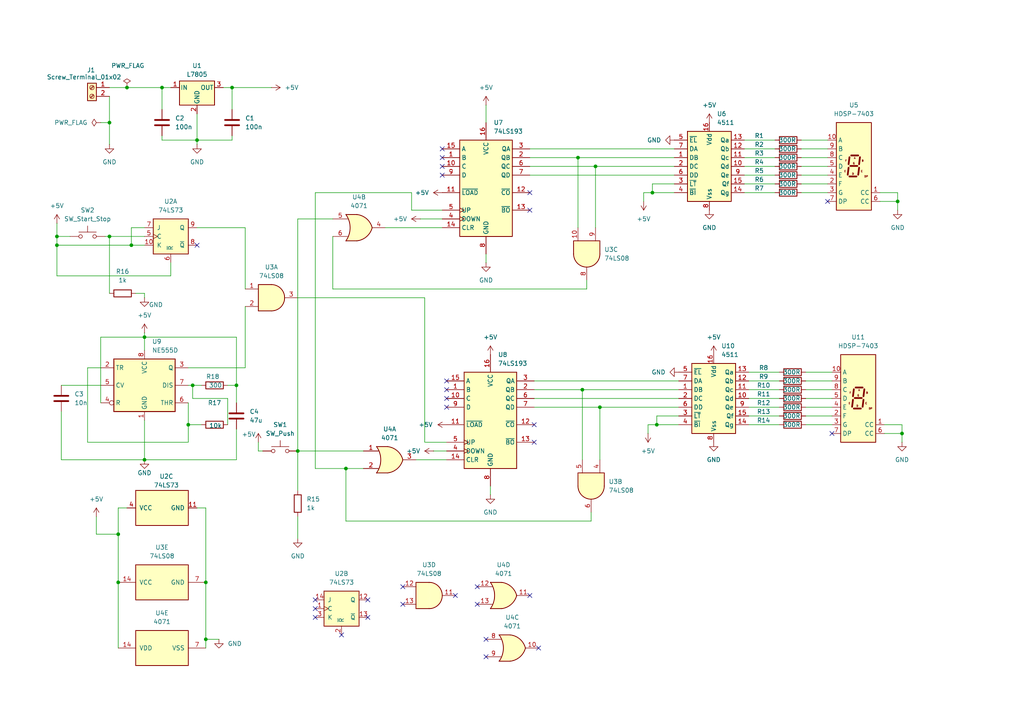
<source format=kicad_sch>
(kicad_sch (version 20231120) (generator "eeschema") (generator_version "8.0")
  (paper "A4")
  (title_block (title " CRONOMETRU DIGITAL"))
  (lib_symbols
    (symbol "4xxx:4071" (pin_names (offset 1.016))
      (property "Reference" "U" (at 0 1.27 0))
      (property "Value" "4071" (at 0 -1.27 0))
      (symbol "4071_1_1"
        (pin input line (at -7.62 2.54 0) (length 4.318) (name "~") (number "1"))
        (pin input line (at -7.62 -2.54 0) (length 4.318) (name "~") (number "2"))
        (pin output line (at 7.62 0 180) (length 3.81) (name "~") (number "3"))
      )
      (symbol "4071_1_2"
        (pin input inverted (at -7.62 2.54 0) (length 3.81) (name "~") (number "1"))
        (pin input inverted (at -7.62 -2.54 0) (length 3.81) (name "~") (number "2"))
        (pin output inverted (at 7.62 0 180) (length 3.81) (name "~") (number "3"))
      )
      (symbol "4071_2_1"
        (pin output line (at 7.62 0 180) (length 3.81) (name "~") (number "4"))
        (pin input line (at -7.62 2.54 0) (length 4.318) (name "~") (number "5"))
        (pin input line (at -7.62 -2.54 0) (length 4.318) (name "~") (number "6"))
      )
      (symbol "4071_2_2"
        (pin output inverted (at 7.62 0 180) (length 3.81) (name "~") (number "4"))
        (pin input inverted (at -7.62 2.54 0) (length 3.81) (name "~") (number "5"))
        (pin input inverted (at -7.62 -2.54 0) (length 3.81) (name "~") (number "6"))
      )
      (symbol "4071_3_1"
        (pin output line (at 7.62 0 180) (length 3.81) (name "~") (number "10"))
        (pin input line (at -7.62 2.54 0) (length 4.318) (name "~") (number "8"))
        (pin input line (at -7.62 -2.54 0) (length 4.318) (name "~") (number "9"))
      )
      (symbol "4071_3_2"
        (pin output inverted (at 7.62 0 180) (length 3.81) (name "~") (number "10"))
        (pin input inverted (at -7.62 2.54 0) (length 3.81) (name "~") (number "8"))
        (pin input inverted (at -7.62 -2.54 0) (length 3.81) (name "~") (number "9"))
      )
      (symbol "4071_4_1"
        (pin output line (at 7.62 0 180) (length 3.81) (name "~") (number "11"))
        (pin input line (at -7.62 2.54 0) (length 4.318) (name "~") (number "12"))
        (pin input line (at -7.62 -2.54 0) (length 4.318) (name "~") (number "13"))
      )
      (symbol "4071_4_2"
        (pin output inverted (at 7.62 0 180) (length 3.81) (name "~") (number "11"))
        (pin input inverted (at -7.62 2.54 0) (length 3.81) (name "~") (number "12"))
        (pin input inverted (at -7.62 -2.54 0) (length 3.81) (name "~") (number "13"))
      )
      (symbol "4071_5_0"
        (pin power_in line (at 0 12.7 270) (length 5.08) (name "VDD") (number "14"))
        (pin power_in line (at 0 -12.7 90) (length 5.08) (name "VSS") (number "7"))
      )
    )
    (symbol "4xxx_IEEE:4511"
      (property "Reference" "U" (at 8.89 11.43 0))
      (property "Value" "4511" (at 8.89 -11.43 0))
      (symbol "4511_1_1"
        (pin input line (at -10.16 2.54 0) (length 3.81) (name "DB") (number "1"))
        (pin output line (at 10.16 0 180) (length 3.81) (name "Qd") (number "10"))
        (pin output line (at 10.16 2.54 180) (length 3.81) (name "Qc") (number "11"))
        (pin output line (at 10.16 5.08 180) (length 3.81) (name "Qb") (number "12"))
        (pin output line (at 10.16 7.62 180) (length 3.81) (name "Qa") (number "13"))
        (pin output line (at 10.16 -7.62 180) (length 3.81) (name "Qg") (number "14"))
        (pin output line (at 10.16 -5.08 180) (length 3.81) (name "Qf") (number "15"))
        (pin power_in line (at 0 12.7 270) (length 2.54) (name "Vdd") (number "16"))
        (pin input line (at -10.16 0 0) (length 3.81) (name "DC") (number "2"))
        (pin input line (at -10.16 -5.08 0) (length 3.81) (name "~{LT}") (number "3"))
        (pin input line (at -10.16 -7.62 0) (length 3.81) (name "~{BI}") (number "4"))
        (pin input line (at -10.16 7.62 0) (length 3.81) (name "~{EL}") (number "5"))
        (pin input line (at -10.16 -2.54 0) (length 3.81) (name "DD") (number "6"))
        (pin input line (at -10.16 5.08 0) (length 3.81) (name "DA") (number "7"))
        (pin power_in line (at 0 -12.7 90) (length 2.54) (name "Vss") (number "8"))
        (pin output line (at 10.16 -2.54 180) (length 3.81) (name "Qe") (number "9"))
      )
    )
    (symbol "74xx:74LS08" (pin_names (offset 1.016))
      (property "Reference" "U" (at 0 1.27 0))
      (property "Value" "74LS08" (at 0 -1.27 0))
      (symbol "74LS08_1_1"
        (pin input line (at -7.62 2.54 0) (length 3.81) (name "~") (number "1"))
        (pin input line (at -7.62 -2.54 0) (length 3.81) (name "~") (number "2"))
        (pin output line (at 7.62 0 180) (length 3.81) (name "~") (number "3"))
      )
      (symbol "74LS08_1_2"
        (pin input inverted (at -7.62 2.54 0) (length 4.318) (name "~") (number "1"))
        (pin input inverted (at -7.62 -2.54 0) (length 4.318) (name "~") (number "2"))
        (pin output inverted (at 7.62 0 180) (length 3.81) (name "~") (number "3"))
      )
      (symbol "74LS08_2_1"
        (pin input line (at -7.62 2.54 0) (length 3.81) (name "~") (number "4"))
        (pin input line (at -7.62 -2.54 0) (length 3.81) (name "~") (number "5"))
        (pin output line (at 7.62 0 180) (length 3.81) (name "~") (number "6"))
      )
      (symbol "74LS08_2_2"
        (pin input inverted (at -7.62 2.54 0) (length 4.318) (name "~") (number "4"))
        (pin input inverted (at -7.62 -2.54 0) (length 4.318) (name "~") (number "5"))
        (pin output inverted (at 7.62 0 180) (length 3.81) (name "~") (number "6"))
      )
      (symbol "74LS08_3_1"
        (pin input line (at -7.62 -2.54 0) (length 3.81) (name "~") (number "10"))
        (pin output line (at 7.62 0 180) (length 3.81) (name "~") (number "8"))
        (pin input line (at -7.62 2.54 0) (length 3.81) (name "~") (number "9"))
      )
      (symbol "74LS08_3_2"
        (pin input inverted (at -7.62 -2.54 0) (length 4.318) (name "~") (number "10"))
        (pin output inverted (at 7.62 0 180) (length 3.81) (name "~") (number "8"))
        (pin input inverted (at -7.62 2.54 0) (length 4.318) (name "~") (number "9"))
      )
      (symbol "74LS08_4_1"
        (pin output line (at 7.62 0 180) (length 3.81) (name "~") (number "11"))
        (pin input line (at -7.62 2.54 0) (length 3.81) (name "~") (number "12"))
        (pin input line (at -7.62 -2.54 0) (length 3.81) (name "~") (number "13"))
      )
      (symbol "74LS08_4_2"
        (pin output inverted (at 7.62 0 180) (length 3.81) (name "~") (number "11"))
        (pin input inverted (at -7.62 2.54 0) (length 4.318) (name "~") (number "12"))
        (pin input inverted (at -7.62 -2.54 0) (length 4.318) (name "~") (number "13"))
      )
      (symbol "74LS08_5_0"
        (pin power_in line (at 0 12.7 270) (length 5.08) (name "VCC") (number "14"))
        (pin power_in line (at 0 -12.7 90) (length 5.08) (name "GND") (number "7"))
      )
    )
    (symbol "74xx:74LS193"
      (property "Reference" "U" (at -7.62 13.97 0))
      (property "Value" "74LS193" (at 5.08 13.97 0))
      (symbol "74LS193_1_0"
        (pin input line (at -12.7 7.62 0) (length 5.08) (name "B") (number "1"))
        (pin input line (at -12.7 5.08 0) (length 5.08) (name "C") (number "10"))
        (pin input line (at -12.7 -2.54 0) (length 5.08) (name "~{LOAD}") (number "11"))
        (pin output line (at 12.7 -2.54 180) (length 5.08) (name "~{CO}") (number "12"))
        (pin output line (at 12.7 -7.62 180) (length 5.08) (name "~{BO}") (number "13"))
        (pin input line (at -12.7 -12.7 0) (length 5.08) (name "CLR") (number "14"))
        (pin input line (at -12.7 10.16 0) (length 5.08) (name "A") (number "15"))
        (pin power_in line (at 0 17.78 270) (length 5.08) (name "VCC") (number "16"))
        (pin output line (at 12.7 7.62 180) (length 5.08) (name "QB") (number "2"))
        (pin output line (at 12.7 10.16 180) (length 5.08) (name "QA") (number "3"))
        (pin input clock (at -12.7 -10.16 0) (length 5.08) (name "DOWN") (number "4"))
        (pin input clock (at -12.7 -7.62 0) (length 5.08) (name "UP") (number "5"))
        (pin output line (at 12.7 5.08 180) (length 5.08) (name "QC") (number "6"))
        (pin output line (at 12.7 2.54 180) (length 5.08) (name "QD") (number "7"))
        (pin power_in line (at 0 -20.32 90) (length 5.08) (name "GND") (number "8"))
        (pin input line (at -12.7 2.54 0) (length 5.08) (name "D") (number "9"))
      )
    )
    (symbol "74xx:74LS73" (pin_names (offset 1.016))
      (property "Reference" "U" (at -7.62 8.89 0))
      (property "Value" "74LS73" (at -7.62 -8.89 0))
      (symbol "74LS73_1_0"
        (pin input line (at -7.62 -2.54 0) (length 2.54) (name "K") (number "10"))
        (pin input clock (at -7.62 0 0) (length 2.54) (name "C") (number "5"))
        (pin input line (at 0 -7.62 90) (length 2.54) (name "~{R}") (number "6"))
        (pin input line (at -7.62 2.54 0) (length 2.54) (name "J") (number "7"))
        (pin output line (at 7.62 -2.54 180) (length 2.54) (name "~{Q}") (number "8"))
        (pin output line (at 7.62 2.54 180) (length 2.54) (name "Q") (number "9"))
      )
      (symbol "74LS73_2_0"
        (pin input clock (at -7.62 0 0) (length 2.54) (name "C") (number "1"))
        (pin output line (at 7.62 2.54 180) (length 2.54) (name "Q") (number "12"))
        (pin output line (at 7.62 -2.54 180) (length 2.54) (name "~{Q}") (number "13"))
        (pin input line (at -7.62 2.54 0) (length 2.54) (name "J") (number "14"))
        (pin input line (at 0 -7.62 90) (length 2.54) (name "~{R}") (number "2"))
        (pin input line (at -7.62 -2.54 0) (length 2.54) (name "K") (number "3"))
      )
      (symbol "74LS73_3_0"
        (pin power_in line (at 0 -10.16 90) (length 2.54) (name "GND") (number "11"))
        (pin power_in line (at 0 10.16 270) (length 2.54) (name "VCC") (number "4"))
      )
    )
    (symbol "Connector:Screw_Terminal_01x02" (pin_names (offset 1.016) hide)
      (property "Reference" "J" (at 0 2.54 0))
      (property "Value" "Screw_Terminal_01x02" (at 0 -5.08 0))
      (symbol "Screw_Terminal_01x02_1_1"
        (pin passive line (at -5.08 0 0) (length 3.81) (name "Pin_1") (number "1"))
        (pin passive line (at -5.08 -2.54 0) (length 3.81) (name "Pin_2") (number "2"))
      )
    )
    (symbol "Device:C" (pin_numbers hide) (pin_names (offset 0.254))
      (property "Reference" "C" (at 0.635 2.54 0))
      (property "Value" "C" (at 0.635 -2.54 0))
      (symbol "C_1_1"
        (pin passive line (at 0 3.81 270) (length 2.794) (name "~") (number "1"))
        (pin passive line (at 0 -3.81 90) (length 2.794) (name "~") (number "2"))
      )
    )
    (symbol "Device:R" (pin_numbers hide) (pin_names (offset 0))
      (property "Reference" "R" (at 2.032 0 90))
      (property "Value" "R" (at 0 0 90))
      (symbol "R_1_1"
        (pin passive line (at 0 3.81 270) (length 1.27) (name "~") (number "1"))
        (pin passive line (at 0 -3.81 90) (length 1.27) (name "~") (number "2"))
      )
    )
    (symbol "Display_Character:HDSP-7403"
      (property "Reference" "U" (at -3.81 13.97 0))
      (property "Value" "HDSP-7403" (at 6.35 13.97 0))
      (symbol "HDSP-7403_1_0"
        (text "A" (at 0.254 2.413 0) (effects (font (size 0.508 0.508))))
        (text "B" (at 2.54 1.651 0) (effects (font (size 0.508 0.508))))
        (text "C" (at 2.286 -1.397 0) (effects (font (size 0.508 0.508))))
        (text "D" (at -0.254 -2.159 0) (effects (font (size 0.508 0.508))))
        (text "DP" (at 3.556 -2.921 0) (effects (font (size 0.508 0.508))))
        (text "E" (at -2.54 -1.397 0) (effects (font (size 0.508 0.508))))
        (text "F" (at -2.286 1.651 0) (effects (font (size 0.508 0.508))))
        (text "G" (at 0 0.889 0) (effects (font (size 0.508 0.508))))
      )
      (symbol "HDSP-7403_1_1"
        (pin input line (at 7.62 -7.62 180) (length 2.54) (name "CC") (number "1"))
        (pin input line (at -7.62 7.62 0) (length 2.54) (name "A") (number "10"))
        (pin input line (at -7.62 -5.08 0) (length 2.54) (name "F") (number "2"))
        (pin input line (at -7.62 -7.62 0) (length 2.54) (name "G") (number "3"))
        (pin input line (at -7.62 -2.54 0) (length 2.54) (name "E") (number "4"))
        (pin input line (at -7.62 0 0) (length 2.54) (name "D") (number "5"))
        (pin input line (at 7.62 -10.16 180) (length 2.54) (name "CC") (number "6"))
        (pin input line (at -7.62 -10.16 0) (length 2.54) (name "DP") (number "7"))
        (pin input line (at -7.62 2.54 0) (length 2.54) (name "C") (number "8"))
        (pin input line (at -7.62 5.08 0) (length 2.54) (name "B") (number "9"))
      )
    )
    (symbol "Regulator_Linear:L7805" (pin_names (offset 0.254))
      (property "Reference" "U" (at -3.81 3.175 0))
      (property "Value" "L7805" (at 0 3.175 0))
      (symbol "L7805_1_1"
        (pin power_in line (at -7.62 0 0) (length 2.54) (name "IN") (number "1"))
        (pin power_in line (at 0 -7.62 90) (length 2.54) (name "GND") (number "2"))
        (pin power_out line (at 7.62 0 180) (length 2.54) (name "OUT") (number "3"))
      )
    )
    (symbol "Switch:SW_Push" (pin_numbers hide) (pin_names (offset 1.016) hide)
      (property "Reference" "SW" (at 1.27 2.54 0))
      (property "Value" "SW_Push" (at 0 -1.524 0))
      (symbol "SW_Push_0_1"
        (pin passive line (at -5.08 0 0) (length 2.54) (name "1") (number "1"))
        (pin passive line (at 5.08 0 180) (length 2.54) (name "2") (number "2"))
      )
    )
    (symbol "Timer:NE555D"
      (property "Reference" "U" (at -10.16 8.89 0))
      (property "Value" "NE555D" (at 2.54 8.89 0))
      (symbol "NE555D_0_0"
        (pin power_in line (at 0 -10.16 90) (length 2.54) (name "GND") (number "1"))
        (pin power_in line (at 0 10.16 270) (length 2.54) (name "VCC") (number "8"))
      )
      (symbol "NE555D_1_1"
        (pin input line (at -12.7 5.08 0) (length 3.81) (name "TR") (number "2"))
        (pin output line (at 12.7 5.08 180) (length 3.81) (name "Q") (number "3"))
        (pin input inverted (at -12.7 -5.08 0) (length 3.81) (name "R") (number "4"))
        (pin input line (at -12.7 0 0) (length 3.81) (name "CV") (number "5"))
        (pin input line (at 12.7 -5.08 180) (length 3.81) (name "THR") (number "6"))
        (pin input line (at 12.7 0 180) (length 3.81) (name "DIS") (number "7"))
      )
    )
    (symbol "power:+5V" (power) (pin_numbers hide) (pin_names (offset 0) hide)
      (property "Value" "+5V" (at 0 3.556 0))
      (symbol "+5V_1_1"
        (pin power_in line (at 0 0 90) (length 0) (name "~") (number "1"))
      )
    )
    (symbol "power:GND" (power) (pin_numbers hide) (pin_names (offset 0) hide)
      (property "Value" "GND" (at 0 -3.81 0))
      (symbol "GND_1_1"
        (pin power_in line (at 0 0 270) (length 0) (name "~") (number "1"))
      )
    )
    (symbol "power:PWR_FLAG" (power) (pin_numbers hide) (pin_names (offset 0) hide)
      (property "Value" "PWR_FLAG" (at 0 3.81 0))
      (symbol "PWR_FLAG_0_0"
        (pin power_out line (at 0 0 90) (length 0) (name "~") (number "1"))
      )
    )
  )
  (junction (at 68.58 111.76))
  (junction (at 55.88 111.76))
  (junction (at 31.75 35.56))
  (junction (at 54.61 123.19))
  (junction (at 16.51 71.12))
  (junction (at 46.99 25.4))
  (junction (at 34.29 154.94))
  (junction (at 261.62 125.73))
  (junction (at 260.35 58.42))
  (junction (at 189.23 55.88))
  (junction (at 172.72 48.26))
  (junction (at 16.51 68.58))
  (junction (at 173.99 118.11))
  (junction (at 67.31 25.4))
  (junction (at 168.91 113.03))
  (junction (at 38.1 71.12))
  (junction (at 41.91 97.79))
  (junction (at 190.5 123.19))
  (junction (at 86.36 130.81))
  (junction (at 167.64 45.72))
  (junction (at 59.69 185.42))
  (junction (at 36.83 25.4))
  (junction (at 59.69 168.91))
  (junction (at 100.33 135.89))
  (junction (at 34.29 168.91))
  (junction (at 57.15 40.64))
  (junction (at 41.91 133.35))
  (junction (at 31.75 68.58))
  (no_connect (at 91.44 179.07))
  (no_connect (at 154.94 123.19))
  (no_connect (at 129.54 118.11))
  (no_connect (at 106.68 179.07))
  (no_connect (at 138.43 175.26))
  (no_connect (at 156.21 187.96))
  (no_connect (at 129.54 110.49))
  (no_connect (at 99.06 184.15))
  (no_connect (at 116.84 175.26))
  (no_connect (at 106.68 173.99))
  (no_connect (at 128.27 50.8))
  (no_connect (at 241.3 125.73))
  (no_connect (at 140.97 185.42))
  (no_connect (at 138.43 170.18))
  (no_connect (at 57.15 71.12))
  (no_connect (at 129.54 113.03))
  (no_connect (at 129.54 115.57))
  (no_connect (at 153.67 60.96))
  (no_connect (at 128.27 43.18))
  (no_connect (at 153.67 55.88))
  (no_connect (at 153.67 172.72))
  (no_connect (at 128.27 45.72))
  (no_connect (at 154.94 128.27))
  (no_connect (at 91.44 173.99))
  (no_connect (at 132.08 172.72))
  (no_connect (at 91.44 176.53))
  (no_connect (at 128.27 48.26))
  (no_connect (at 116.84 170.18))
  (no_connect (at 140.97 190.5))
  (no_connect (at 240.03 58.42))
  (wire (pts (xy 190.5 123.19) (xy 187.96 123.19)))
  (wire (pts (xy 215.9 45.72) (xy 224.79 45.72)))
  (wire (pts (xy 105.41 135.89) (xy 100.33 135.89)))
  (wire (pts (xy 233.68 110.49) (xy 241.3 110.49)))
  (wire (pts (xy 123.19 128.27) (xy 129.54 128.27)))
  (wire (pts (xy 49.53 80.01) (xy 49.53 76.2)))
  (wire (pts (xy 41.91 133.35) (xy 68.58 133.35)))
  (wire (pts (xy 16.51 68.58) (xy 20.32 68.58)))
  (wire (pts (xy 91.44 135.89) (xy 91.44 55.88)))
  (wire (pts (xy 64.77 25.4) (xy 67.31 25.4)))
  (wire (pts (xy 153.67 48.26) (xy 172.72 48.26)))
  (wire (pts (xy 31.75 35.56) (xy 31.75 41.91)))
  (wire (pts (xy 91.44 55.88) (xy 119.38 55.88)))
  (wire (pts (xy 153.67 50.8) (xy 195.58 50.8)))
  (wire (pts (xy 170.18 83.82) (xy 170.18 81.28)))
  (wire (pts (xy 96.52 68.58) (xy 96.52 83.82)))
  (wire (pts (xy 140.97 35.56) (xy 140.97 30.48)))
  (wire (pts (xy 233.68 120.65) (xy 241.3 120.65)))
  (wire (pts (xy 190.5 123.19) (xy 190.5 120.65)))
  (wire (pts (xy 120.65 133.35) (xy 129.54 133.35)))
  (wire (pts (xy 173.99 118.11) (xy 196.85 118.11)))
  (wire (pts (xy 168.91 113.03) (xy 168.91 133.35)))
  (wire (pts (xy 215.9 50.8) (xy 224.79 50.8)))
  (wire (pts (xy 46.99 40.64) (xy 57.15 40.64)))
  (wire (pts (xy 125.73 130.81) (xy 129.54 130.81)))
  (wire (pts (xy 189.23 55.88) (xy 186.69 55.88)))
  (wire (pts (xy 154.94 110.49) (xy 196.85 110.49)))
  (wire (pts (xy 57.15 147.32) (xy 59.69 147.32)))
  (wire (pts (xy 59.69 185.42) (xy 63.5 185.42)))
  (wire (pts (xy 232.41 53.34) (xy 240.03 53.34)))
  (wire (pts (xy 36.83 25.4) (xy 46.99 25.4)))
  (wire (pts (xy 86.36 130.81) (xy 105.41 130.81)))
  (wire (pts (xy 29.21 35.56) (xy 31.75 35.56)))
  (wire (pts (xy 34.29 147.32) (xy 36.83 147.32)))
  (wire (pts (xy 57.15 40.64) (xy 67.31 40.64)))
  (wire (pts (xy 167.64 45.72) (xy 195.58 45.72)))
  (wire (pts (xy 173.99 118.11) (xy 173.99 133.35)))
  (wire (pts (xy 46.99 39.37) (xy 46.99 40.64)))
  (wire (pts (xy 153.67 45.72) (xy 167.64 45.72)))
  (wire (pts (xy 71.12 106.68) (xy 71.12 88.9)))
  (wire (pts (xy 140.97 73.66) (xy 140.97 76.2)))
  (wire (pts (xy 17.78 119.38) (xy 17.78 133.35)))
  (wire (pts (xy 41.91 97.79) (xy 29.21 97.79)))
  (wire (pts (xy 67.31 25.4) (xy 78.74 25.4)))
  (wire (pts (xy 55.88 111.76) (xy 58.42 111.76)))
  (wire (pts (xy 54.61 111.76) (xy 55.88 111.76)))
  (wire (pts (xy 154.94 115.57) (xy 196.85 115.57)))
  (wire (pts (xy 16.51 71.12) (xy 38.1 71.12)))
  (wire (pts (xy 215.9 48.26) (xy 224.79 48.26)))
  (wire (pts (xy 260.35 58.42) (xy 260.35 60.96)))
  (wire (pts (xy 217.17 113.03) (xy 226.06 113.03)))
  (wire (pts (xy 86.36 130.81) (xy 86.36 142.24)))
  (wire (pts (xy 217.17 115.57) (xy 226.06 115.57)))
  (wire (pts (xy 25.4 106.68) (xy 29.21 106.68)))
  (wire (pts (xy 167.64 45.72) (xy 167.64 66.04)))
  (wire (pts (xy 172.72 48.26) (xy 172.72 66.04)))
  (wire (pts (xy 41.91 96.52) (xy 41.91 97.79)))
  (wire (pts (xy 16.51 64.77) (xy 16.51 68.58)))
  (wire (pts (xy 46.99 31.75) (xy 46.99 25.4)))
  (wire (pts (xy 27.94 154.94) (xy 34.29 154.94)))
  (wire (pts (xy 86.36 63.5) (xy 96.52 63.5)))
  (wire (pts (xy 54.61 106.68) (xy 71.12 106.68)))
  (wire (pts (xy 171.45 151.13) (xy 171.45 148.59)))
  (wire (pts (xy 232.41 40.64) (xy 240.03 40.64)))
  (wire (pts (xy 261.62 125.73) (xy 261.62 128.27)))
  (wire (pts (xy 34.29 154.94) (xy 34.29 147.32)))
  (wire (pts (xy 66.04 115.57) (xy 55.88 115.57)))
  (wire (pts (xy 261.62 123.19) (xy 261.62 125.73)))
  (wire (pts (xy 119.38 60.96) (xy 128.27 60.96)))
  (wire (pts (xy 16.51 68.58) (xy 16.51 71.12)))
  (wire (pts (xy 16.51 80.01) (xy 49.53 80.01)))
  (wire (pts (xy 57.15 66.04) (xy 71.12 66.04)))
  (wire (pts (xy 67.31 25.4) (xy 67.31 31.75)))
  (wire (pts (xy 232.41 55.88) (xy 240.03 55.88)))
  (wire (pts (xy 39.37 85.09) (xy 41.91 85.09)))
  (wire (pts (xy 232.41 48.26) (xy 240.03 48.26)))
  (wire (pts (xy 59.69 147.32) (xy 59.69 168.91)))
  (wire (pts (xy 232.41 43.18) (xy 240.03 43.18)))
  (wire (pts (xy 59.69 168.91) (xy 59.69 185.42)))
  (wire (pts (xy 66.04 123.19) (xy 66.04 115.57)))
  (wire (pts (xy 31.75 27.94) (xy 31.75 35.56)))
  (wire (pts (xy 233.68 115.57) (xy 241.3 115.57)))
  (wire (pts (xy 31.75 68.58) (xy 41.91 68.58)))
  (wire (pts (xy 16.51 71.12) (xy 16.51 80.01)))
  (wire (pts (xy 255.27 55.88) (xy 260.35 55.88)))
  (wire (pts (xy 55.88 115.57) (xy 55.88 111.76)))
  (wire (pts (xy 189.23 55.88) (xy 189.23 53.34)))
  (wire (pts (xy 29.21 97.79) (xy 29.21 116.84)))
  (wire (pts (xy 54.61 128.27) (xy 25.4 128.27)))
  (wire (pts (xy 57.15 33.02) (xy 57.15 40.64)))
  (wire (pts (xy 233.68 118.11) (xy 241.3 118.11)))
  (wire (pts (xy 38.1 71.12) (xy 41.91 71.12)))
  (wire (pts (xy 86.36 86.36) (xy 123.19 86.36)))
  (wire (pts (xy 171.45 151.13) (xy 100.33 151.13)))
  (wire (pts (xy 260.35 55.88) (xy 260.35 58.42)))
  (wire (pts (xy 195.58 55.88) (xy 189.23 55.88)))
  (wire (pts (xy 46.99 25.4) (xy 49.53 25.4)))
  (wire (pts (xy 27.94 149.86) (xy 27.94 154.94)))
  (wire (pts (xy 96.52 83.82) (xy 170.18 83.82)))
  (wire (pts (xy 123.19 86.36) (xy 123.19 128.27)))
  (wire (pts (xy 187.96 123.19) (xy 187.96 125.73)))
  (wire (pts (xy 31.75 25.4) (xy 36.83 25.4)))
  (wire (pts (xy 68.58 97.79) (xy 41.91 97.79)))
  (wire (pts (xy 41.91 85.09) (xy 41.91 86.36)))
  (wire (pts (xy 233.68 107.95) (xy 241.3 107.95)))
  (wire (pts (xy 54.61 123.19) (xy 54.61 128.27)))
  (wire (pts (xy 215.9 53.34) (xy 224.79 53.34)))
  (wire (pts (xy 34.29 168.91) (xy 34.29 187.96)))
  (wire (pts (xy 217.17 120.65) (xy 226.06 120.65)))
  (wire (pts (xy 41.91 97.79) (xy 41.91 101.6)))
  (wire (pts (xy 31.75 68.58) (xy 31.75 85.09)))
  (wire (pts (xy 59.69 185.42) (xy 59.69 187.96)))
  (wire (pts (xy 256.54 125.73) (xy 261.62 125.73)))
  (wire (pts (xy 217.17 118.11) (xy 226.06 118.11)))
  (wire (pts (xy 189.23 53.34) (xy 195.58 53.34)))
  (wire (pts (xy 217.17 107.95) (xy 226.06 107.95)))
  (wire (pts (xy 38.1 66.04) (xy 41.91 66.04)))
  (wire (pts (xy 68.58 133.35) (xy 68.58 124.46)))
  (wire (pts (xy 217.17 110.49) (xy 226.06 110.49)))
  (wire (pts (xy 233.68 113.03) (xy 241.3 113.03)))
  (wire (pts (xy 233.68 123.19) (xy 241.3 123.19)))
  (wire (pts (xy 119.38 55.88) (xy 119.38 60.96)))
  (wire (pts (xy 57.15 40.64) (xy 57.15 41.91)))
  (wire (pts (xy 154.94 113.03) (xy 168.91 113.03)))
  (wire (pts (xy 17.78 133.35) (xy 41.91 133.35)))
  (wire (pts (xy 215.9 43.18) (xy 224.79 43.18)))
  (wire (pts (xy 168.91 113.03) (xy 196.85 113.03)))
  (wire (pts (xy 67.31 40.64) (xy 67.31 39.37)))
  (wire (pts (xy 41.91 121.92) (xy 41.91 133.35)))
  (wire (pts (xy 100.33 151.13) (xy 100.33 135.89)))
  (wire (pts (xy 30.48 68.58) (xy 31.75 68.58)))
  (wire (pts (xy 111.76 66.04) (xy 128.27 66.04)))
  (wire (pts (xy 153.67 43.18) (xy 195.58 43.18)))
  (wire (pts (xy 68.58 111.76) (xy 68.58 97.79)))
  (wire (pts (xy 217.17 123.19) (xy 226.06 123.19)))
  (wire (pts (xy 68.58 116.84) (xy 68.58 111.76)))
  (wire (pts (xy 215.9 40.64) (xy 224.79 40.64)))
  (wire (pts (xy 25.4 128.27) (xy 25.4 106.68)))
  (wire (pts (xy 255.27 58.42) (xy 260.35 58.42)))
  (wire (pts (xy 29.21 111.76) (xy 17.78 111.76)))
  (wire (pts (xy 86.36 63.5) (xy 86.36 130.81)))
  (wire (pts (xy 142.24 140.97) (xy 142.24 143.51)))
  (wire (pts (xy 74.93 130.81) (xy 76.2 130.81)))
  (wire (pts (xy 100.33 135.89) (xy 91.44 135.89)))
  (wire (pts (xy 38.1 71.12) (xy 38.1 66.04)))
  (wire (pts (xy 121.92 63.5) (xy 128.27 63.5)))
  (wire (pts (xy 190.5 120.65) (xy 196.85 120.65)))
  (wire (pts (xy 34.29 168.91) (xy 34.29 154.94)))
  (wire (pts (xy 196.85 123.19) (xy 190.5 123.19)))
  (wire (pts (xy 186.69 55.88) (xy 186.69 58.42)))
  (wire (pts (xy 86.36 156.21) (xy 86.36 149.86)))
  (wire (pts (xy 74.93 128.27) (xy 74.93 130.81)))
  (wire (pts (xy 232.41 50.8) (xy 240.03 50.8)))
  (wire (pts (xy 256.54 123.19) (xy 261.62 123.19)))
  (wire (pts (xy 154.94 118.11) (xy 173.99 118.11)))
  (wire (pts (xy 215.9 55.88) (xy 224.79 55.88)))
  (wire (pts (xy 172.72 48.26) (xy 195.58 48.26)))
  (wire (pts (xy 66.04 111.76) (xy 68.58 111.76)))
  (wire (pts (xy 71.12 66.04) (xy 71.12 83.82)))
  (wire (pts (xy 54.61 123.19) (xy 58.42 123.19)))
  (wire (pts (xy 54.61 116.84) (xy 54.61 123.19)))
  (wire (pts (xy 232.41 45.72) (xy 240.03 45.72)))
  (symbol (lib_id "power:GND") (at 31.75 41.91 0) (unit 1)
    (property "Reference" "#PWR01" (effects (hide yes)))
    (property "Value" "GND" (at 31.75 46.99 0))
    (property "Description" "Power symbol creates a global label with name \"GND\" , ground" (effects (hide yes)))
  )
  (symbol (lib_id "Display_Character:HDSP-7403") (at 247.65 48.26 0) (unit 1)
    (property "Reference" "U5" (at 247.65 30.48 0))
    (property "Value" "HDSP-7403" (at 247.65 33.02 0))
    (property "Footprint" "Display_7Segment:HDSP-7401" (effects (hide yes)))
    (property "Datasheet" "https://docs.broadcom.com/docs/AV02-2553EN" (effects (hide yes)))
    (property "Description" "One digit 7 segment yellow, common cathode" (effects (hide yes)))
  )
  (symbol (lib_id "power:+5V") (at 187.96 125.73 180) (unit 1)
    (property "Reference" "#PWR014" (effects (hide yes)))
    (property "Value" "+5V" (at 187.96 130.81 0))
    (property "Description" "Power symbol creates a global label with name \"+5V\"" (effects (hide yes)))
  )
  (symbol (lib_id "power:+5V") (at 74.93 128.27 0) (unit 1)
    (property "Reference" "#PWR019" (effects (hide yes)))
    (property "Value" "+5V" (at 70.104 125.984 0) (effects (justify left)))
    (property "Description" "Power symbol creates a global label with name \"+5V\"" (effects (hide yes)))
  )
  (symbol (lib_id "74xx:74LS73") (at 46.99 147.32 90) (unit 3)
    (property "Reference" "U2" (at 48.26 138.176 90))
    (property "Value" "74LS73" (at 48.26 140.716 90))
    (property "Footprint" "Package_DIP:DIP-14_W7.62mm" (effects (hide yes)))
    (property "Datasheet" "http://www.ti.com/lit/gpn/sn74LS73" (effects (hide yes)))
    (property "Description" "Dual JK Flip-Flop, reset" (effects (hide yes)))
  )
  (symbol (lib_id "74xx:74LS08") (at 46.99 168.91 90) (unit 5)
    (property "Reference" "U3" (at 46.99 158.75 90))
    (property "Value" "74LS08" (at 46.99 161.29 90))
    (property "Footprint" "Package_DIP:DIP-14_W7.62mm" (effects (hide yes)))
    (property "Datasheet" "http://www.ti.com/lit/gpn/sn74LS08" (effects (hide yes)))
    (property "Description" "Quad And2" (effects (hide yes)))
  )
  (symbol (lib_id "Device:C") (at 67.31 35.56 0) (unit 1)
    (property "Reference" "C1" (at 71.12 34.2899 0) (effects (justify left)))
    (property "Value" "100n" (at 71.12 36.8299 0) (effects (justify left)))
    (property "Footprint" "Capacitor_THT:C_Disc_D3.0mm_W2.0mm_P2.50mm" (effects (hide yes)))
    (property "Description" "Unpolarized capacitor" (effects (hide yes)))
  )
  (symbol (lib_id "power:GND") (at 207.01 128.27 0) (unit 1)
    (property "Reference" "#PWR016" (effects (hide yes)))
    (property "Value" "GND" (at 207.01 133.35 0))
    (property "Description" "Power symbol creates a global label with name \"GND\" , ground" (effects (hide yes)))
  )
  (symbol (lib_id "Device:C") (at 68.58 120.65 180) (unit 1)
    (property "Reference" "C4" (at 72.39 119.3799 0) (effects (justify right)))
    (property "Value" "47u" (at 72.39 121.9199 0) (effects (justify right)))
    (property "Footprint" "Capacitor_THT:C_Radial_D5.0mm_H11.0mm_P2.00mm" (effects (hide yes)))
    (property "Description" "Unpolarized capacitor" (effects (hide yes)))
  )
  (symbol (lib_id "Timer:NE555D") (at 41.91 111.76 0) (unit 1)
    (property "Reference" "U9" (at 44.1041 99.06 0) (effects (justify left)))
    (property "Value" "NE555D" (at 44.1041 101.6 0) (effects (justify left)))
    (property "Footprint" "Package_DIP:DIP-8_W7.62mm" (effects (hide yes)))
    (property "Datasheet" "http://www.ti.com/lit/ds/symlink/ne555.pdf" (effects (hide yes)))
    (property "Description" "Precision Timers, 555 compatible, SOIC-8" (effects (hide yes)))
  )
  (symbol (lib_id "4xxx:4071") (at 104.14 66.04 0) (unit 2)
    (property "Reference" "U4" (at 104.14 57.15 0))
    (property "Value" "4071" (at 104.14 59.69 0))
    (property "Footprint" "Package_DIP:DIP-14_W7.62mm" (effects (hide yes)))
    (property "Datasheet" "http://www.intersil.com/content/dam/Intersil/documents/cd40/cd4071bms-72bms-75bms.pdf" (effects (hide yes)))
    (property "Description" "Quad Or 2 inputs" (effects (hide yes)))
  )
  (symbol (lib_id "Device:C") (at 46.99 35.56 0) (unit 1)
    (property "Reference" "C2" (at 50.8 34.2899 0) (effects (justify left)))
    (property "Value" "100n" (at 50.8 36.8299 0) (effects (justify left)))
    (property "Footprint" "Capacitor_THT:C_Disc_D3.0mm_W2.0mm_P2.50mm" (effects (hide yes)))
    (property "Description" "Unpolarized capacitor" (effects (hide yes)))
  )
  (symbol (lib_id "Device:R") (at 228.6 55.88 90) (unit 1)
    (property "Reference" "R7" (at 220.218 54.61 90))
    (property "Value" "300R" (at 228.346 55.88 90))
    (property "Footprint" "Resistor_THT:R_Axial_DIN0204_L3.6mm_D1.6mm_P5.08mm_Horizontal" (effects (hide yes)))
    (property "Description" "Resistor" (effects (hide yes)))
  )
  (symbol (lib_id "power:GND") (at 86.36 156.21 0) (unit 1)
    (property "Reference" "#PWR020" (effects (hide yes)))
    (property "Value" "GND" (at 86.36 161.29 0))
    (property "Description" "Power symbol creates a global label with name \"GND\" , ground" (effects (hide yes)))
  )
  (symbol (lib_id "Device:R") (at 228.6 45.72 90) (unit 1)
    (property "Reference" "R3" (at 220.218 44.45 90))
    (property "Value" "300R" (at 228.346 45.72 90))
    (property "Footprint" "Resistor_THT:R_Axial_DIN0204_L3.6mm_D1.6mm_P5.08mm_Horizontal" (effects (hide yes)))
    (property "Description" "Resistor" (effects (hide yes)))
  )
  (symbol (lib_id "Device:R") (at 229.87 113.03 90) (unit 1)
    (property "Reference" "R10" (at 221.488 111.76 90))
    (property "Value" "300R" (at 229.616 113.03 90))
    (property "Footprint" "Resistor_THT:R_Axial_DIN0204_L3.6mm_D1.6mm_P5.08mm_Horizontal" (effects (hide yes)))
    (property "Description" "Resistor" (effects (hide yes)))
  )
  (symbol (lib_id "Device:C") (at 17.78 115.57 180) (unit 1)
    (property "Reference" "C3" (at 21.59 114.2999 0) (effects (justify right)))
    (property "Value" "10n" (at 21.59 116.8399 0) (effects (justify right)))
    (property "Footprint" "Capacitor_THT:C_Rect_L7.0mm_W2.5mm_P5.00mm" (effects (hide yes)))
    (property "Description" "Unpolarized capacitor" (effects (hide yes)))
  )
  (symbol (lib_id "Device:R") (at 228.6 43.18 90) (unit 1)
    (property "Reference" "R2" (at 220.218 41.91 90))
    (property "Value" "300R" (at 228.346 43.18 90))
    (property "Footprint" "Resistor_THT:R_Axial_DIN0204_L3.6mm_D1.6mm_P5.08mm_Horizontal" (effects (hide yes)))
    (property "Description" "Resistor" (effects (hide yes)))
  )
  (symbol (lib_id "power:+5V") (at 205.74 35.56 0) (unit 1)
    (property "Reference" "#PWR023" (effects (hide yes)))
    (property "Value" "+5V" (at 205.74 30.48 0))
    (property "Description" "Power symbol creates a global label with name \"+5V\"" (effects (hide yes)))
  )
  (symbol (lib_id "power:GND") (at 41.91 86.36 0) (unit 1)
    (property "Reference" "#PWR022" (effects (hide yes)))
    (property "Value" "GND" (at 45.212 88.392 0))
    (property "Description" "Power symbol creates a global label with name \"GND\" , ground" (effects (hide yes)))
  )
  (symbol (lib_id "Device:R") (at 229.87 123.19 90) (unit 1)
    (property "Reference" "R14" (at 221.488 121.92 90))
    (property "Value" "300R" (at 229.616 123.19 90))
    (property "Footprint" "Resistor_THT:R_Axial_DIN0204_L3.6mm_D1.6mm_P5.08mm_Horizontal" (effects (hide yes)))
    (property "Description" "Resistor" (effects (hide yes)))
  )
  (symbol (lib_id "Switch:SW_Push") (at 81.28 130.81 0) (unit 1)
    (property "Reference" "SW1" (at 81.28 123.19 0))
    (property "Value" "SW_Push" (at 81.28 125.73 0))
    (property "Footprint" "Button_Switch_THT:SW_PUSH_6mm" (effects (hide yes)))
    (property "Description" "Push button switch, generic, two pins" (effects (hide yes)))
  )
  (symbol (lib_id "power:+5V") (at 207.01 102.87 0) (unit 1)
    (property "Reference" "#PWR024" (effects (hide yes)))
    (property "Value" "+5V" (at 207.01 97.79 0))
    (property "Description" "Power symbol creates a global label with name \"+5V\"" (effects (hide yes)))
  )
  (symbol (lib_id "Device:R") (at 228.6 40.64 90) (unit 1)
    (property "Reference" "R1" (at 220.218 39.37 90))
    (property "Value" "300R" (at 228.346 40.64 90))
    (property "Footprint" "Resistor_THT:R_Axial_DIN0204_L3.6mm_D1.6mm_P5.08mm_Horizontal" (effects (hide yes)))
    (property "Description" "Resistor" (effects (hide yes)))
  )
  (symbol (lib_id "Device:R") (at 228.6 50.8 90) (unit 1)
    (property "Reference" "R5" (at 220.218 49.53 90))
    (property "Value" "300R" (at 228.346 50.8 90))
    (property "Footprint" "Resistor_THT:R_Axial_DIN0204_L3.6mm_D1.6mm_P5.08mm_Horizontal" (effects (hide yes)))
    (property "Description" "Resistor" (effects (hide yes)))
  )
  (symbol (lib_id "power:+5V") (at 140.97 30.48 0) (unit 1)
    (property "Reference" "#PWR010" (effects (hide yes)))
    (property "Value" "+5V" (at 140.97 25.4 0))
    (property "Description" "Power symbol creates a global label with name \"+5V\"" (effects (hide yes)))
  )
  (symbol (lib_id "Device:R") (at 228.6 48.26 90) (unit 1)
    (property "Reference" "R4" (at 220.218 46.99 90))
    (property "Value" "300R" (at 228.346 48.26 90))
    (property "Footprint" "Resistor_THT:R_Axial_DIN0204_L3.6mm_D1.6mm_P5.08mm_Horizontal" (effects (hide yes)))
    (property "Description" "Resistor" (effects (hide yes)))
  )
  (symbol (lib_id "Device:R") (at 86.36 146.05 0) (unit 1)
    (property "Reference" "R15" (at 88.9 144.7799 0) (effects (justify left)))
    (property "Value" "1k" (at 88.9 147.3199 0) (effects (justify left)))
    (property "Footprint" "Resistor_THT:R_Axial_DIN0204_L3.6mm_D1.6mm_P5.08mm_Horizontal" (effects (hide yes)))
    (property "Description" "Resistor" (effects (hide yes)))
  )
  (symbol (lib_id "Device:R") (at 229.87 107.95 90) (unit 1)
    (property "Reference" "R8" (at 221.488 106.68 90))
    (property "Value" "300R" (at 229.616 107.95 90))
    (property "Footprint" "Resistor_THT:R_Axial_DIN0204_L3.6mm_D1.6mm_P5.08mm_Horizontal" (effects (hide yes)))
    (property "Description" "Resistor" (effects (hide yes)))
  )
  (symbol (lib_id "Device:R") (at 62.23 111.76 90) (unit 1)
    (property "Reference" "R18" (at 61.722 109.22 90))
    (property "Value" "300" (at 62.484 111.76 90))
    (property "Footprint" "Resistor_THT:R_Axial_DIN0204_L3.6mm_D1.6mm_P5.08mm_Horizontal" (effects (hide yes)))
    (property "Description" "Resistor" (effects (hide yes)))
  )
  (symbol (lib_id "74xx:74LS73") (at 49.53 68.58 0) (unit 1)
    (property "Reference" "U2" (at 49.53 58.42 0))
    (property "Value" "74LS73" (at 49.53 60.96 0))
    (property "Footprint" "Package_DIP:DIP-14_W7.62mm" (effects (hide yes)))
    (property "Datasheet" "http://www.ti.com/lit/gpn/sn74LS73" (effects (hide yes)))
    (property "Description" "Dual JK Flip-Flop, reset" (effects (hide yes)))
  )
  (symbol (lib_id "power:GND") (at 63.5 185.42 0) (unit 1)
    (property "Reference" "#PWR05" (effects (hide yes)))
    (property "Value" "GND" (at 66.04 186.6899 0) (effects (justify left)))
    (property "Description" "Power symbol creates a global label with name \"GND\" , ground" (effects (hide yes)))
  )
  (symbol (lib_id "power:+5V") (at 41.91 96.52 0) (unit 1)
    (property "Reference" "#PWR027" (effects (hide yes)))
    (property "Value" "+5V" (at 41.91 91.44 0))
    (property "Description" "Power symbol creates a global label with name \"+5V\"" (effects (hide yes)))
  )
  (symbol (lib_id "power:GND") (at 261.62 128.27 0) (unit 1)
    (property "Reference" "#PWR017" (effects (hide yes)))
    (property "Value" "GND" (at 261.62 133.35 0))
    (property "Description" "Power symbol creates a global label with name \"GND\" , ground" (effects (hide yes)))
  )
  (symbol (lib_id "power:GND") (at 195.58 40.64 270) (unit 1)
    (property "Reference" "#PWR08" (effects (hide yes)))
    (property "Value" "GND" (at 191.77 40.6399 90) (effects (justify right)))
    (property "Description" "Power symbol creates a global label with name \"GND\" , ground" (effects (hide yes)))
  )
  (symbol (lib_id "power:GND") (at 57.15 41.91 0) (unit 1)
    (property "Reference" "#PWR02" (effects (hide yes)))
    (property "Value" "GND" (at 57.15 46.99 0))
    (property "Description" "Power symbol creates a global label with name \"GND\" , ground" (effects (hide yes)))
  )
  (symbol (lib_id "74xx:74LS08") (at 171.45 140.97 270) (unit 2)
    (property "Reference" "U3" (at 176.53 139.6916 90) (effects (justify left)))
    (property "Value" "74LS08" (at 176.53 142.2316 90) (effects (justify left)))
    (property "Footprint" "Package_DIP:DIP-14_W7.62mm" (effects (hide yes)))
    (property "Datasheet" "http://www.ti.com/lit/gpn/sn74LS08" (effects (hide yes)))
    (property "Description" "Quad And2" (effects (hide yes)))
  )
  (symbol (lib_id "power:+5V") (at 121.92 63.5 90) (unit 1)
    (property "Reference" "#PWR012" (effects (hide yes)))
    (property "Value" "+5V" (at 118.11 63.4999 90) (effects (justify left)))
    (property "Description" "Power symbol creates a global label with name \"+5V\"" (effects (hide yes)))
  )
  (symbol (lib_id "power:+5V") (at 129.54 123.19 90) (unit 1)
    (property "Reference" "#PWR029" (effects (hide yes)))
    (property "Value" "+5V" (at 125.5152 123.1899 90) (effects (justify left)))
    (property "Description" "Power symbol creates a global label with name \"+5V\"" (effects (hide yes)))
  )
  (symbol (lib_id "4xxx:4071") (at 146.05 172.72 0) (unit 4)
    (property "Reference" "U4" (at 146.05 163.83 0))
    (property "Value" "4071" (at 146.05 166.37 0))
    (property "Footprint" "Package_DIP:DIP-14_W7.62mm" (effects (hide yes)))
    (property "Datasheet" "http://www.intersil.com/content/dam/Intersil/documents/cd40/cd4071bms-72bms-75bms.pdf" (effects (hide yes)))
    (property "Description" "Quad Or 2 inputs" (effects (hide yes)))
  )
  (symbol (lib_id "power:+5V") (at 78.74 25.4 270) (unit 1)
    (property "Reference" "#PWR03" (effects (hide yes)))
    (property "Value" "+5V" (at 82.55 25.3999 90) (effects (justify left)))
    (property "Description" "Power symbol creates a global label with name \"+5V\"" (effects (hide yes)))
  )
  (symbol (lib_id "4xxx:4071") (at 113.03 133.35 0) (unit 1)
    (property "Reference" "U4" (at 113.03 124.46 0))
    (property "Value" "4071" (at 113.03 127 0))
    (property "Footprint" "Package_DIP:DIP-14_W7.62mm" (effects (hide yes)))
    (property "Datasheet" "http://www.intersil.com/content/dam/Intersil/documents/cd40/cd4071bms-72bms-75bms.pdf" (effects (hide yes)))
    (property "Description" "Quad Or 2 inputs" (effects (hide yes)))
  )
  (symbol (lib_id "74xx:74LS08") (at 124.46 172.72 0) (unit 4)
    (property "Reference" "U3" (at 124.4517 163.83 0))
    (property "Value" "74LS08" (at 124.4517 166.37 0))
    (property "Footprint" "Package_DIP:DIP-14_W7.62mm" (effects (hide yes)))
    (property "Datasheet" "http://www.ti.com/lit/gpn/sn74LS08" (effects (hide yes)))
    (property "Description" "Quad And2" (effects (hide yes)))
  )
  (symbol (lib_id "74xx:74LS193") (at 140.97 53.34 0) (unit 1)
    (property "Reference" "U7" (at 143.1641 35.56 0) (effects (justify left)))
    (property "Value" "74LS193" (at 143.1641 38.1 0) (effects (justify left)))
    (property "Footprint" "Package_DIP:DIP-16_W7.62mm" (effects (hide yes)))
    (property "Datasheet" "http://www.ti.com/lit/ds/symlink/sn74ls193.pdf" (effects (hide yes)))
    (property "Description" "Synchronous 4-bit Up/Down (2 clk) counter" (effects (hide yes)))
  )
  (symbol (lib_id "4xxx:4071") (at 148.59 187.96 0) (unit 3)
    (property "Reference" "U4" (at 148.59 179.07 0))
    (property "Value" "4071" (at 148.59 181.61 0))
    (property "Footprint" "Package_DIP:DIP-14_W7.62mm" (effects (hide yes)))
    (property "Datasheet" "http://www.intersil.com/content/dam/Intersil/documents/cd40/cd4071bms-72bms-75bms.pdf" (effects (hide yes)))
    (property "Description" "Quad Or 2 inputs" (effects (hide yes)))
  )
  (symbol (lib_id "power:PWR_FLAG") (at 36.83 25.4 0) (unit 1)
    (property "Reference" "#FLG02" (effects (hide yes)))
    (property "Value" "PWR_FLAG" (at 37.084 19.05 0))
    (property "Description" "Special symbol for telling ERC where power comes from" (effects (hide yes)))
  )
  (symbol (lib_id "power:GND") (at 142.24 143.51 0) (unit 1)
    (property "Reference" "#PWR013" (effects (hide yes)))
    (property "Value" "GND" (at 142.24 148.59 0))
    (property "Description" "Power symbol creates a global label with name \"GND\" , ground" (effects (hide yes)))
  )
  (symbol (lib_id "Connector:Screw_Terminal_01x02") (at 26.67 25.4 0) (mirror y) (unit 1)
    (property "Reference" "J1" (at 26.416 20.32 0))
    (property "Value" "Screw_Terminal_01x02" (at 24.384 22.352 0))
    (property "Footprint" "TerminalBlock:TerminalBlock_Altech_AK300-2_P5.00mm" (effects (hide yes)))
    (property "Description" "Generic screw terminal, single row, 01x02, script generated (kicad-library-utils/schlib/autogen/connector/)" (effects (hide yes)))
  )
  (symbol (lib_id "74xx:74LS08") (at 170.18 73.66 270) (unit 3)
    (property "Reference" "U3" (at 175.26 72.3816 90) (effects (justify left)))
    (property "Value" "74LS08" (at 175.26 74.9216 90) (effects (justify left)))
    (property "Footprint" "Package_DIP:DIP-14_W7.62mm" (effects (hide yes)))
    (property "Datasheet" "http://www.ti.com/lit/gpn/sn74LS08" (effects (hide yes)))
    (property "Description" "Quad And2" (effects (hide yes)))
  )
  (symbol (lib_id "power:GND") (at 205.74 60.96 0) (unit 1)
    (property "Reference" "#PWR07" (effects (hide yes)))
    (property "Value" "GND" (at 205.74 66.04 0))
    (property "Description" "Power symbol creates a global label with name \"GND\" , ground" (effects (hide yes)))
  )
  (symbol (lib_id "Regulator_Linear:L7805") (at 57.15 25.4 0) (unit 1)
    (property "Reference" "U1" (at 57.15 19.05 0))
    (property "Value" "L7805" (at 57.15 21.59 0))
    (property "Footprint" "Package_TO_SOT_THT:TO-220-3_Vertical" (effects (hide yes)))
    (property "Datasheet" "http://www.st.com/content/ccc/resource/technical/document/datasheet/41/4f/b3/b0/12/d4/47/88/CD00000444.pdf/files/CD00000444.pdf/jcr:content/translations/en.CD00000444.pdf" (effects (hide yes)))
    (property "Description" "Positive 1.5A 35V Linear Regulator, Fixed Output 5V, TO-220/TO-263/TO-252" (effects (hide yes)))
  )
  (symbol (lib_id "Device:R") (at 229.87 115.57 90) (unit 1)
    (property "Reference" "R11" (at 221.488 114.3 90))
    (property "Value" "300R" (at 229.616 115.57 90))
    (property "Footprint" "Resistor_THT:R_Axial_DIN0204_L3.6mm_D1.6mm_P5.08mm_Horizontal" (effects (hide yes)))
    (property "Description" "Resistor" (effects (hide yes)))
  )
  (symbol (lib_id "power:GND") (at 41.91 133.35 0) (unit 1)
    (property "Reference" "#PWR026" (effects (hide yes)))
    (property "Value" "GND" (at 41.91 137.16 0))
    (property "Description" "Power symbol creates a global label with name \"GND\" , ground" (effects (hide yes)))
  )
  (symbol (lib_id "Device:R") (at 62.23 123.19 90) (unit 1)
    (property "Reference" "R17" (at 62.23 116.84 90))
    (property "Value" "10k" (at 62.484 123.444 90))
    (property "Footprint" "Resistor_THT:R_Axial_DIN0204_L3.6mm_D1.6mm_P5.08mm_Horizontal" (effects (hide yes)))
    (property "Description" "Resistor" (effects (hide yes)))
  )
  (symbol (lib_id "Switch:SW_Push") (at 25.4 68.58 0) (unit 1)
    (property "Reference" "SW2" (at 25.4 60.96 0))
    (property "Value" "SW_Start_Stop" (at 25.4 63.5 0))
    (property "Footprint" "Button_Switch_THT:SW_PUSH_6mm" (effects (hide yes)))
    (property "Description" "Push button switch, generic, two pins" (effects (hide yes)))
  )
  (symbol (lib_id "74xx:74LS08") (at 78.74 86.36 0) (unit 1)
    (property "Reference" "U3" (at 78.7317 77.47 0))
    (property "Value" "74LS08" (at 78.7317 80.01 0))
    (property "Footprint" "Package_DIP:DIP-14_W7.62mm" (effects (hide yes)))
    (property "Datasheet" "http://www.ti.com/lit/gpn/sn74LS08" (effects (hide yes)))
    (property "Description" "Quad And2" (effects (hide yes)))
  )
  (symbol (lib_id "4xxx_IEEE:4511") (at 207.01 115.57 0) (unit 1)
    (property "Reference" "U10" (at 209.2041 100.33 0) (effects (justify left)))
    (property "Value" "4511" (at 209.2041 102.87 0) (effects (justify left)))
    (property "Footprint" "Package_DIP:DIP-16_W7.62mm" (effects (hide yes)))
  )
  (symbol (lib_id "power:PWR_FLAG") (at 29.21 35.56 90) (unit 1)
    (property "Reference" "#FLG01" (effects (hide yes)))
    (property "Value" "PWR_FLAG" (at 25.4 35.5599 90) (effects (justify left)))
    (property "Description" "Special symbol for telling ERC where power comes from" (effects (hide yes)))
  )
  (symbol (lib_id "74xx:74LS73") (at 99.06 176.53 0) (unit 2)
    (property "Reference" "U2" (at 99.06 166.37 0))
    (property "Value" "74LS73" (at 99.06 168.91 0))
    (property "Footprint" "Package_DIP:DIP-14_W7.62mm" (effects (hide yes)))
    (property "Datasheet" "http://www.ti.com/lit/gpn/sn74LS73" (effects (hide yes)))
    (property "Description" "Dual JK Flip-Flop, reset" (effects (hide yes)))
  )
  (symbol (lib_id "power:+5V") (at 186.69 58.42 180) (unit 1)
    (property "Reference" "#PWR09" (effects (hide yes)))
    (property "Value" "+5V" (at 186.69 63.5 0))
    (property "Description" "Power symbol creates a global label with name \"+5V\"" (effects (hide yes)))
  )
  (symbol (lib_id "Device:R") (at 35.56 85.09 90) (unit 1)
    (property "Reference" "R16" (at 35.56 78.74 90))
    (property "Value" "1k" (at 35.56 81.28 90))
    (property "Footprint" "Resistor_THT:R_Axial_DIN0204_L3.6mm_D1.6mm_P5.08mm_Horizontal" (effects (hide yes)))
    (property "Description" "Resistor" (effects (hide yes)))
  )
  (symbol (lib_id "Device:R") (at 229.87 118.11 90) (unit 1)
    (property "Reference" "R12" (at 221.488 116.84 90))
    (property "Value" "300R" (at 229.616 118.11 90))
    (property "Footprint" "Resistor_THT:R_Axial_DIN0204_L3.6mm_D1.6mm_P5.08mm_Horizontal" (effects (hide yes)))
    (property "Description" "Resistor" (effects (hide yes)))
  )
  (symbol (lib_id "Device:R") (at 228.6 53.34 90) (unit 1)
    (property "Reference" "R6" (at 220.218 52.07 90))
    (property "Value" "300R" (at 228.346 53.34 90))
    (property "Footprint" "Resistor_THT:R_Axial_DIN0204_L3.6mm_D1.6mm_P5.08mm_Horizontal" (effects (hide yes)))
    (property "Description" "Resistor" (effects (hide yes)))
  )
  (symbol (lib_id "power:GND") (at 140.97 76.2 0) (unit 1)
    (property "Reference" "#PWR011" (effects (hide yes)))
    (property "Value" "GND" (at 140.97 81.28 0))
    (property "Description" "Power symbol creates a global label with name \"GND\" , ground" (effects (hide yes)))
  )
  (symbol (lib_id "power:+5V") (at 16.51 64.77 0) (unit 1)
    (property "Reference" "#PWR021" (effects (hide yes)))
    (property "Value" "+5V" (at 16.51 59.69 0))
    (property "Description" "Power symbol creates a global label with name \"+5V\"" (effects (hide yes)))
  )
  (symbol (lib_id "power:GND") (at 260.35 60.96 0) (unit 1)
    (property "Reference" "#PWR06" (effects (hide yes)))
    (property "Value" "GND" (at 260.35 66.04 0))
    (property "Description" "Power symbol creates a global label with name \"GND\" , ground" (effects (hide yes)))
  )
  (symbol (lib_id "power:+5V") (at 142.24 102.87 0) (unit 1)
    (property "Reference" "#PWR025" (effects (hide yes)))
    (property "Value" "+5V" (at 142.24 97.79 0))
    (property "Description" "Power symbol creates a global label with name \"+5V\"" (effects (hide yes)))
  )
  (symbol (lib_id "power:+5V") (at 128.27 55.88 90) (unit 1)
    (property "Reference" "#PWR028" (effects (hide yes)))
    (property "Value" "+5V" (at 124.46 55.8799 90) (effects (justify left)))
    (property "Description" "Power symbol creates a global label with name \"+5V\"" (effects (hide yes)))
  )
  (symbol (lib_id "74xx:74LS193") (at 142.24 120.65 0) (unit 1)
    (property "Reference" "U8" (at 144.4341 102.87 0) (effects (justify left)))
    (property "Value" "74LS193" (at 144.4341 105.41 0) (effects (justify left)))
    (property "Footprint" "Package_DIP:DIP-16_W7.62mm" (effects (hide yes)))
    (property "Datasheet" "http://www.ti.com/lit/ds/symlink/sn74ls193.pdf" (effects (hide yes)))
    (property "Description" "Synchronous 4-bit Up/Down (2 clk) counter" (effects (hide yes)))
  )
  (symbol (lib_id "4xxx_IEEE:4511") (at 205.74 48.26 0) (unit 1)
    (property "Reference" "U6" (at 207.9341 33.02 0) (effects (justify left)))
    (property "Value" "4511" (at 207.9341 35.56 0) (effects (justify left)))
    (property "Footprint" "Package_DIP:DIP-16_W7.62mm" (effects (hide yes)))
  )
  (symbol (lib_id "4xxx:4071") (at 46.99 187.96 90) (unit 5)
    (property "Reference" "U4" (at 46.99 177.8 90))
    (property "Value" "4071" (at 46.99 180.34 90))
    (property "Footprint" "Package_DIP:DIP-14_W7.62mm" (effects (hide yes)))
    (property "Datasheet" "http://www.intersil.com/content/dam/Intersil/documents/cd40/cd4071bms-72bms-75bms.pdf" (effects (hide yes)))
    (property "Description" "Quad Or 2 inputs" (effects (hide yes)))
  )
  (symbol (lib_id "Device:R") (at 229.87 110.49 90) (unit 1)
    (property "Reference" "R9" (at 221.488 109.22 90))
    (property "Value" "300R" (at 229.616 110.49 90))
    (property "Footprint" "Resistor_THT:R_Axial_DIN0204_L3.6mm_D1.6mm_P5.08mm_Horizontal" (effects (hide yes)))
    (property "Description" "Resistor" (effects (hide yes)))
  )
  (symbol (lib_id "power:+5V") (at 125.73 130.81 90) (unit 1)
    (property "Reference" "#PWR018" (effects (hide yes)))
    (property "Value" "+5V" (at 121.92 130.8099 90) (effects (justify left)))
    (property "Description" "Power symbol creates a global label with name \"+5V\"" (effects (hide yes)))
  )
  (symbol (lib_id "power:+5V") (at 27.94 149.86 0) (unit 1)
    (property "Reference" "#PWR04" (effects (hide yes)))
    (property "Value" "+5V" (at 27.94 144.78 0))
    (property "Description" "Power symbol creates a global label with name \"+5V\"" (effects (hide yes)))
  )
  (symbol (lib_id "Display_Character:HDSP-7403") (at 248.92 115.57 0) (unit 1)
    (property "Reference" "U11" (at 248.92 97.79 0))
    (property "Value" "HDSP-7403" (at 248.92 100.33 0))
    (property "Footprint" "Display_7Segment:HDSP-7401" (effects (hide yes)))
    (property "Datasheet" "https://docs.broadcom.com/docs/AV02-2553EN" (effects (hide yes)))
    (property "Description" "One digit 7 segment yellow, common cathode" (effects (hide yes)))
  )
  (symbol (lib_id "Device:R") (at 229.87 120.65 90) (unit 1)
    (property "Reference" "R13" (at 221.488 119.38 90))
    (property "Value" "300R" (at 229.616 120.65 90))
    (property "Footprint" "Resistor_THT:R_Axial_DIN0204_L3.6mm_D1.6mm_P5.08mm_Horizontal" (effects (hide yes)))
    (property "Description" "Resistor" (effects (hide yes)))
  )
  (symbol (lib_id "power:GND") (at 196.85 107.95 270) (unit 1)
    (property "Reference" "#PWR015" (effects (hide yes)))
    (property "Value" "GND" (at 193.04 107.9499 90) (effects (justify right)))
    (property "Description" "Power symbol creates a global label with name \"GND\" , ground" (effects (hide yes)))
  )
)
</source>
